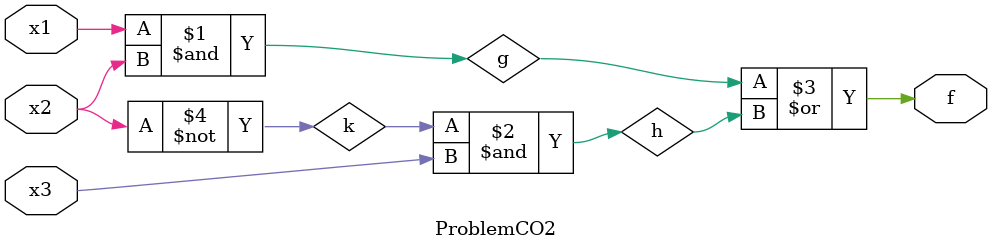
<source format=v>


module ProblemCO2(
	input x1, x2,x3,
	output f
);
	wire g,h,k;
	
	not N1 (k, x2);
	and A1(g, x1,x2);
	and A2(h,k,x3);
	or O1(f, g, h);
	

	
endmodule

</source>
